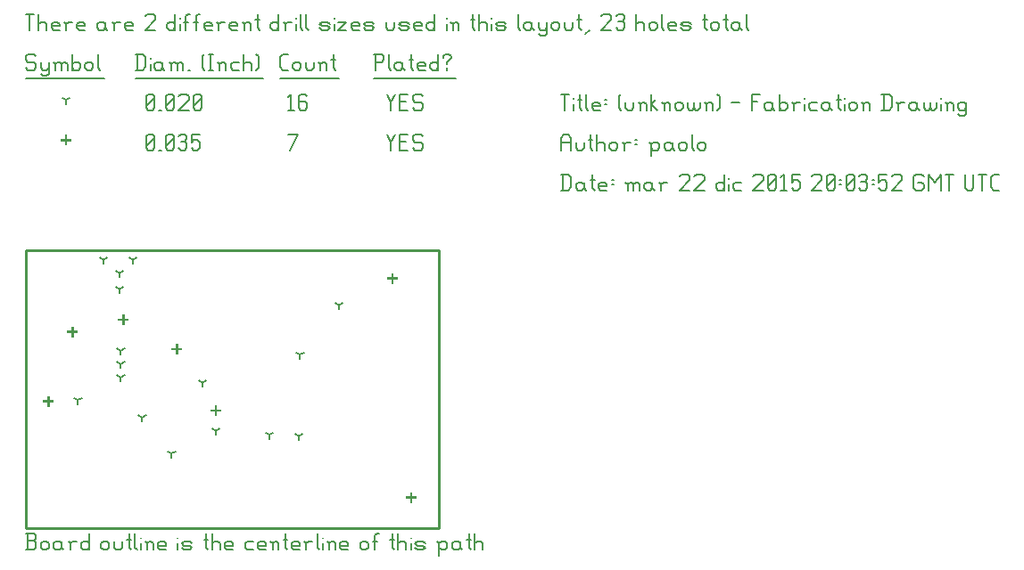
<source format=gbr>
G04 start of page 12 for group -3984 idx -3984 *
G04 Title: (unknown), fab *
G04 Creator: pcb 20110918 *
G04 CreationDate: mar 22 dic 2015 20:03:52 GMT UTC *
G04 For: paolo *
G04 Format: Gerber/RS-274X *
G04 PCB-Dimensions: 155000 102500 *
G04 PCB-Coordinate-Origin: lower left *
%MOIN*%
%FSLAX25Y25*%
%LNFAB*%
%ADD218C,0.0100*%
%ADD217C,0.0075*%
%ADD216C,0.0060*%
%ADD215R,0.0080X0.0080*%
G54D215*X144000Y11600D02*Y8400D01*
X142400Y10000D02*X145600D01*
X137000Y93600D02*Y90400D01*
X135400Y92000D02*X138600D01*
X56500Y67100D02*Y63900D01*
X54900Y65500D02*X58100D01*
X71000Y44100D02*Y40900D01*
X69400Y42500D02*X72600D01*
X36500Y78100D02*Y74900D01*
X34900Y76500D02*X38100D01*
X17500Y73600D02*Y70400D01*
X15900Y72000D02*X19100D01*
X8500Y47600D02*Y44400D01*
X6900Y46000D02*X10100D01*
X15000Y145350D02*Y142150D01*
X13400Y143750D02*X16600D01*
G54D216*X135000Y146000D02*X136500Y143000D01*
X138000Y146000D01*
X136500Y143000D02*Y140000D01*
X139800Y143300D02*X142050D01*
X139800Y140000D02*X142800D01*
X139800Y146000D02*Y140000D01*
Y146000D02*X142800D01*
X147600D02*X148350Y145250D01*
X145350Y146000D02*X147600D01*
X144600Y145250D02*X145350Y146000D01*
X144600Y145250D02*Y143750D01*
X145350Y143000D01*
X147600D01*
X148350Y142250D01*
Y140750D01*
X147600Y140000D02*X148350Y140750D01*
X145350Y140000D02*X147600D01*
X144600Y140750D02*X145350Y140000D01*
X98750D02*X101750Y146000D01*
X98000D02*X101750D01*
X45000Y140750D02*X45750Y140000D01*
X45000Y145250D02*Y140750D01*
Y145250D02*X45750Y146000D01*
X47250D01*
X48000Y145250D01*
Y140750D01*
X47250Y140000D02*X48000Y140750D01*
X45750Y140000D02*X47250D01*
X45000Y141500D02*X48000Y144500D01*
X49800Y140000D02*X50550D01*
X52350Y140750D02*X53100Y140000D01*
X52350Y145250D02*Y140750D01*
Y145250D02*X53100Y146000D01*
X54600D01*
X55350Y145250D01*
Y140750D01*
X54600Y140000D02*X55350Y140750D01*
X53100Y140000D02*X54600D01*
X52350Y141500D02*X55350Y144500D01*
X57150Y145250D02*X57900Y146000D01*
X59400D01*
X60150Y145250D01*
X59400Y140000D02*X60150Y140750D01*
X57900Y140000D02*X59400D01*
X57150Y140750D02*X57900Y140000D01*
Y143300D02*X59400D01*
X60150Y145250D02*Y144050D01*
Y142550D02*Y140750D01*
Y142550D02*X59400Y143300D01*
X60150Y144050D02*X59400Y143300D01*
X61950Y146000D02*X64950D01*
X61950D02*Y143000D01*
X62700Y143750D01*
X64200D01*
X64950Y143000D01*
Y140750D01*
X64200Y140000D02*X64950Y140750D01*
X62700Y140000D02*X64200D01*
X61950Y140750D02*X62700Y140000D01*
X35500Y65000D02*Y63400D01*
Y65000D02*X36887Y65800D01*
X35500Y65000D02*X34113Y65800D01*
X35500Y60000D02*Y58400D01*
Y60000D02*X36887Y60800D01*
X35500Y60000D02*X34113Y60800D01*
X35500Y55000D02*Y53400D01*
Y55000D02*X36887Y55800D01*
X35500Y55000D02*X34113Y55800D01*
X54500Y26500D02*Y24900D01*
Y26500D02*X55887Y27300D01*
X54500Y26500D02*X53113Y27300D01*
X71000Y35000D02*Y33400D01*
Y35000D02*X72387Y35800D01*
X71000Y35000D02*X69613Y35800D01*
X91000Y33500D02*Y31900D01*
Y33500D02*X92387Y34300D01*
X91000Y33500D02*X89613Y34300D01*
X102000Y33000D02*Y31400D01*
Y33000D02*X103387Y33800D01*
X102000Y33000D02*X100613Y33800D01*
X43500Y40000D02*Y38400D01*
Y40000D02*X44887Y40800D01*
X43500Y40000D02*X42113Y40800D01*
X19500Y46500D02*Y44900D01*
Y46500D02*X20887Y47300D01*
X19500Y46500D02*X18113Y47300D01*
X66000Y53000D02*Y51400D01*
Y53000D02*X67387Y53800D01*
X66000Y53000D02*X64613Y53800D01*
X102500Y63500D02*Y61900D01*
Y63500D02*X103887Y64300D01*
X102500Y63500D02*X101113Y64300D01*
X117000Y82000D02*Y80400D01*
Y82000D02*X118387Y82800D01*
X117000Y82000D02*X115613Y82800D01*
X35000Y88000D02*Y86400D01*
Y88000D02*X36387Y88800D01*
X35000Y88000D02*X33613Y88800D01*
X40000Y99000D02*Y97400D01*
Y99000D02*X41387Y99800D01*
X40000Y99000D02*X38613Y99800D01*
X35000Y94000D02*Y92400D01*
Y94000D02*X36387Y94800D01*
X35000Y94000D02*X33613Y94800D01*
X29000Y99000D02*Y97400D01*
Y99000D02*X30387Y99800D01*
X29000Y99000D02*X27613Y99800D01*
X15000Y158750D02*Y157150D01*
Y158750D02*X16387Y159550D01*
X15000Y158750D02*X13613Y159550D01*
X135000Y161000D02*X136500Y158000D01*
X138000Y161000D01*
X136500Y158000D02*Y155000D01*
X139800Y158300D02*X142050D01*
X139800Y155000D02*X142800D01*
X139800Y161000D02*Y155000D01*
Y161000D02*X142800D01*
X147600D02*X148350Y160250D01*
X145350Y161000D02*X147600D01*
X144600Y160250D02*X145350Y161000D01*
X144600Y160250D02*Y158750D01*
X145350Y158000D01*
X147600D01*
X148350Y157250D01*
Y155750D01*
X147600Y155000D02*X148350Y155750D01*
X145350Y155000D02*X147600D01*
X144600Y155750D02*X145350Y155000D01*
X98000Y159800D02*X99200Y161000D01*
Y155000D01*
X98000D02*X100250D01*
X104300Y161000D02*X105050Y160250D01*
X102800Y161000D02*X104300D01*
X102050Y160250D02*X102800Y161000D01*
X102050Y160250D02*Y155750D01*
X102800Y155000D01*
X104300Y158300D02*X105050Y157550D01*
X102050Y158300D02*X104300D01*
X102800Y155000D02*X104300D01*
X105050Y155750D01*
Y157550D02*Y155750D01*
X45000D02*X45750Y155000D01*
X45000Y160250D02*Y155750D01*
Y160250D02*X45750Y161000D01*
X47250D01*
X48000Y160250D01*
Y155750D01*
X47250Y155000D02*X48000Y155750D01*
X45750Y155000D02*X47250D01*
X45000Y156500D02*X48000Y159500D01*
X49800Y155000D02*X50550D01*
X52350Y155750D02*X53100Y155000D01*
X52350Y160250D02*Y155750D01*
Y160250D02*X53100Y161000D01*
X54600D01*
X55350Y160250D01*
Y155750D01*
X54600Y155000D02*X55350Y155750D01*
X53100Y155000D02*X54600D01*
X52350Y156500D02*X55350Y159500D01*
X57150Y160250D02*X57900Y161000D01*
X60150D01*
X60900Y160250D01*
Y158750D01*
X57150Y155000D02*X60900Y158750D01*
X57150Y155000D02*X60900D01*
X62700Y155750D02*X63450Y155000D01*
X62700Y160250D02*Y155750D01*
Y160250D02*X63450Y161000D01*
X64950D01*
X65700Y160250D01*
Y155750D01*
X64950Y155000D02*X65700Y155750D01*
X63450Y155000D02*X64950D01*
X62700Y156500D02*X65700Y159500D01*
X3000Y176000D02*X3750Y175250D01*
X750Y176000D02*X3000D01*
X0Y175250D02*X750Y176000D01*
X0Y175250D02*Y173750D01*
X750Y173000D01*
X3000D01*
X3750Y172250D01*
Y170750D01*
X3000Y170000D02*X3750Y170750D01*
X750Y170000D02*X3000D01*
X0Y170750D02*X750Y170000D01*
X5550Y173000D02*Y170750D01*
X6300Y170000D01*
X8550Y173000D02*Y168500D01*
X7800Y167750D02*X8550Y168500D01*
X6300Y167750D02*X7800D01*
X5550Y168500D02*X6300Y167750D01*
Y170000D02*X7800D01*
X8550Y170750D01*
X11100Y172250D02*Y170000D01*
Y172250D02*X11850Y173000D01*
X12600D01*
X13350Y172250D01*
Y170000D01*
Y172250D02*X14100Y173000D01*
X14850D01*
X15600Y172250D01*
Y170000D01*
X10350Y173000D02*X11100Y172250D01*
X17400Y176000D02*Y170000D01*
Y170750D02*X18150Y170000D01*
X19650D01*
X20400Y170750D01*
Y172250D02*Y170750D01*
X19650Y173000D02*X20400Y172250D01*
X18150Y173000D02*X19650D01*
X17400Y172250D02*X18150Y173000D01*
X22200Y172250D02*Y170750D01*
Y172250D02*X22950Y173000D01*
X24450D01*
X25200Y172250D01*
Y170750D01*
X24450Y170000D02*X25200Y170750D01*
X22950Y170000D02*X24450D01*
X22200Y170750D02*X22950Y170000D01*
X27000Y176000D02*Y170750D01*
X27750Y170000D01*
X0Y166750D02*X29250D01*
X41750Y176000D02*Y170000D01*
X43700Y176000D02*X44750Y174950D01*
Y171050D01*
X43700Y170000D02*X44750Y171050D01*
X41000Y170000D02*X43700D01*
X41000Y176000D02*X43700D01*
G54D217*X46550Y174500D02*Y174350D01*
G54D216*Y172250D02*Y170000D01*
X50300Y173000D02*X51050Y172250D01*
X48800Y173000D02*X50300D01*
X48050Y172250D02*X48800Y173000D01*
X48050Y172250D02*Y170750D01*
X48800Y170000D01*
X51050Y173000D02*Y170750D01*
X51800Y170000D01*
X48800D02*X50300D01*
X51050Y170750D01*
X54350Y172250D02*Y170000D01*
Y172250D02*X55100Y173000D01*
X55850D01*
X56600Y172250D01*
Y170000D01*
Y172250D02*X57350Y173000D01*
X58100D01*
X58850Y172250D01*
Y170000D01*
X53600Y173000D02*X54350Y172250D01*
X60650Y170000D02*X61400D01*
X65900Y170750D02*X66650Y170000D01*
X65900Y175250D02*X66650Y176000D01*
X65900Y175250D02*Y170750D01*
X68450Y176000D02*X69950D01*
X69200D02*Y170000D01*
X68450D02*X69950D01*
X72500Y172250D02*Y170000D01*
Y172250D02*X73250Y173000D01*
X74000D01*
X74750Y172250D01*
Y170000D01*
X71750Y173000D02*X72500Y172250D01*
X77300Y173000D02*X79550D01*
X76550Y172250D02*X77300Y173000D01*
X76550Y172250D02*Y170750D01*
X77300Y170000D01*
X79550D01*
X81350Y176000D02*Y170000D01*
Y172250D02*X82100Y173000D01*
X83600D01*
X84350Y172250D01*
Y170000D01*
X86150Y176000D02*X86900Y175250D01*
Y170750D01*
X86150Y170000D02*X86900Y170750D01*
X41000Y166750D02*X88700D01*
X96050Y170000D02*X98000D01*
X95000Y171050D02*X96050Y170000D01*
X95000Y174950D02*Y171050D01*
Y174950D02*X96050Y176000D01*
X98000D01*
X99800Y172250D02*Y170750D01*
Y172250D02*X100550Y173000D01*
X102050D01*
X102800Y172250D01*
Y170750D01*
X102050Y170000D02*X102800Y170750D01*
X100550Y170000D02*X102050D01*
X99800Y170750D02*X100550Y170000D01*
X104600Y173000D02*Y170750D01*
X105350Y170000D01*
X106850D01*
X107600Y170750D01*
Y173000D02*Y170750D01*
X110150Y172250D02*Y170000D01*
Y172250D02*X110900Y173000D01*
X111650D01*
X112400Y172250D01*
Y170000D01*
X109400Y173000D02*X110150Y172250D01*
X114950Y176000D02*Y170750D01*
X115700Y170000D01*
X114200Y173750D02*X115700D01*
X95000Y166750D02*X117200D01*
X130750Y176000D02*Y170000D01*
X130000Y176000D02*X133000D01*
X133750Y175250D01*
Y173750D01*
X133000Y173000D02*X133750Y173750D01*
X130750Y173000D02*X133000D01*
X135550Y176000D02*Y170750D01*
X136300Y170000D01*
X140050Y173000D02*X140800Y172250D01*
X138550Y173000D02*X140050D01*
X137800Y172250D02*X138550Y173000D01*
X137800Y172250D02*Y170750D01*
X138550Y170000D01*
X140800Y173000D02*Y170750D01*
X141550Y170000D01*
X138550D02*X140050D01*
X140800Y170750D01*
X144100Y176000D02*Y170750D01*
X144850Y170000D01*
X143350Y173750D02*X144850D01*
X147100Y170000D02*X149350D01*
X146350Y170750D02*X147100Y170000D01*
X146350Y172250D02*Y170750D01*
Y172250D02*X147100Y173000D01*
X148600D01*
X149350Y172250D01*
X146350Y171500D02*X149350D01*
Y172250D02*Y171500D01*
X154150Y176000D02*Y170000D01*
X153400D02*X154150Y170750D01*
X151900Y170000D02*X153400D01*
X151150Y170750D02*X151900Y170000D01*
X151150Y172250D02*Y170750D01*
Y172250D02*X151900Y173000D01*
X153400D01*
X154150Y172250D01*
X157450Y173000D02*Y172250D01*
Y170750D02*Y170000D01*
X155950Y175250D02*Y174500D01*
Y175250D02*X156700Y176000D01*
X158200D01*
X158950Y175250D01*
Y174500D01*
X157450Y173000D02*X158950Y174500D01*
X130000Y166750D02*X160750D01*
X0Y191000D02*X3000D01*
X1500D02*Y185000D01*
X4800Y191000D02*Y185000D01*
Y187250D02*X5550Y188000D01*
X7050D01*
X7800Y187250D01*
Y185000D01*
X10350D02*X12600D01*
X9600Y185750D02*X10350Y185000D01*
X9600Y187250D02*Y185750D01*
Y187250D02*X10350Y188000D01*
X11850D01*
X12600Y187250D01*
X9600Y186500D02*X12600D01*
Y187250D02*Y186500D01*
X15150Y187250D02*Y185000D01*
Y187250D02*X15900Y188000D01*
X17400D01*
X14400D02*X15150Y187250D01*
X19950Y185000D02*X22200D01*
X19200Y185750D02*X19950Y185000D01*
X19200Y187250D02*Y185750D01*
Y187250D02*X19950Y188000D01*
X21450D01*
X22200Y187250D01*
X19200Y186500D02*X22200D01*
Y187250D02*Y186500D01*
X28950Y188000D02*X29700Y187250D01*
X27450Y188000D02*X28950D01*
X26700Y187250D02*X27450Y188000D01*
X26700Y187250D02*Y185750D01*
X27450Y185000D01*
X29700Y188000D02*Y185750D01*
X30450Y185000D01*
X27450D02*X28950D01*
X29700Y185750D01*
X33000Y187250D02*Y185000D01*
Y187250D02*X33750Y188000D01*
X35250D01*
X32250D02*X33000Y187250D01*
X37800Y185000D02*X40050D01*
X37050Y185750D02*X37800Y185000D01*
X37050Y187250D02*Y185750D01*
Y187250D02*X37800Y188000D01*
X39300D01*
X40050Y187250D01*
X37050Y186500D02*X40050D01*
Y187250D02*Y186500D01*
X44550Y190250D02*X45300Y191000D01*
X47550D01*
X48300Y190250D01*
Y188750D01*
X44550Y185000D02*X48300Y188750D01*
X44550Y185000D02*X48300D01*
X55800Y191000D02*Y185000D01*
X55050D02*X55800Y185750D01*
X53550Y185000D02*X55050D01*
X52800Y185750D02*X53550Y185000D01*
X52800Y187250D02*Y185750D01*
Y187250D02*X53550Y188000D01*
X55050D01*
X55800Y187250D01*
G54D217*X57600Y189500D02*Y189350D01*
G54D216*Y187250D02*Y185000D01*
X59850Y190250D02*Y185000D01*
Y190250D02*X60600Y191000D01*
X61350D01*
X59100Y188000D02*X60600D01*
X63600Y190250D02*Y185000D01*
Y190250D02*X64350Y191000D01*
X65100D01*
X62850Y188000D02*X64350D01*
X67350Y185000D02*X69600D01*
X66600Y185750D02*X67350Y185000D01*
X66600Y187250D02*Y185750D01*
Y187250D02*X67350Y188000D01*
X68850D01*
X69600Y187250D01*
X66600Y186500D02*X69600D01*
Y187250D02*Y186500D01*
X72150Y187250D02*Y185000D01*
Y187250D02*X72900Y188000D01*
X74400D01*
X71400D02*X72150Y187250D01*
X76950Y185000D02*X79200D01*
X76200Y185750D02*X76950Y185000D01*
X76200Y187250D02*Y185750D01*
Y187250D02*X76950Y188000D01*
X78450D01*
X79200Y187250D01*
X76200Y186500D02*X79200D01*
Y187250D02*Y186500D01*
X81750Y187250D02*Y185000D01*
Y187250D02*X82500Y188000D01*
X83250D01*
X84000Y187250D01*
Y185000D01*
X81000Y188000D02*X81750Y187250D01*
X86550Y191000D02*Y185750D01*
X87300Y185000D01*
X85800Y188750D02*X87300D01*
X94500Y191000D02*Y185000D01*
X93750D02*X94500Y185750D01*
X92250Y185000D02*X93750D01*
X91500Y185750D02*X92250Y185000D01*
X91500Y187250D02*Y185750D01*
Y187250D02*X92250Y188000D01*
X93750D01*
X94500Y187250D01*
X97050D02*Y185000D01*
Y187250D02*X97800Y188000D01*
X99300D01*
X96300D02*X97050Y187250D01*
G54D217*X101100Y189500D02*Y189350D01*
G54D216*Y187250D02*Y185000D01*
X102600Y191000D02*Y185750D01*
X103350Y185000D01*
X104850Y191000D02*Y185750D01*
X105600Y185000D01*
X110550D02*X112800D01*
X113550Y185750D01*
X112800Y186500D02*X113550Y185750D01*
X110550Y186500D02*X112800D01*
X109800Y187250D02*X110550Y186500D01*
X109800Y187250D02*X110550Y188000D01*
X112800D01*
X113550Y187250D01*
X109800Y185750D02*X110550Y185000D01*
G54D217*X115350Y189500D02*Y189350D01*
G54D216*Y187250D02*Y185000D01*
X116850Y188000D02*X119850D01*
X116850Y185000D02*X119850Y188000D01*
X116850Y185000D02*X119850D01*
X122400D02*X124650D01*
X121650Y185750D02*X122400Y185000D01*
X121650Y187250D02*Y185750D01*
Y187250D02*X122400Y188000D01*
X123900D01*
X124650Y187250D01*
X121650Y186500D02*X124650D01*
Y187250D02*Y186500D01*
X127200Y185000D02*X129450D01*
X130200Y185750D01*
X129450Y186500D02*X130200Y185750D01*
X127200Y186500D02*X129450D01*
X126450Y187250D02*X127200Y186500D01*
X126450Y187250D02*X127200Y188000D01*
X129450D01*
X130200Y187250D01*
X126450Y185750D02*X127200Y185000D01*
X134700Y188000D02*Y185750D01*
X135450Y185000D01*
X136950D01*
X137700Y185750D01*
Y188000D02*Y185750D01*
X140250Y185000D02*X142500D01*
X143250Y185750D01*
X142500Y186500D02*X143250Y185750D01*
X140250Y186500D02*X142500D01*
X139500Y187250D02*X140250Y186500D01*
X139500Y187250D02*X140250Y188000D01*
X142500D01*
X143250Y187250D01*
X139500Y185750D02*X140250Y185000D01*
X145800D02*X148050D01*
X145050Y185750D02*X145800Y185000D01*
X145050Y187250D02*Y185750D01*
Y187250D02*X145800Y188000D01*
X147300D01*
X148050Y187250D01*
X145050Y186500D02*X148050D01*
Y187250D02*Y186500D01*
X152850Y191000D02*Y185000D01*
X152100D02*X152850Y185750D01*
X150600Y185000D02*X152100D01*
X149850Y185750D02*X150600Y185000D01*
X149850Y187250D02*Y185750D01*
Y187250D02*X150600Y188000D01*
X152100D01*
X152850Y187250D01*
G54D217*X157350Y189500D02*Y189350D01*
G54D216*Y187250D02*Y185000D01*
X159600Y187250D02*Y185000D01*
Y187250D02*X160350Y188000D01*
X161100D01*
X161850Y187250D01*
Y185000D01*
X158850Y188000D02*X159600Y187250D01*
X167100Y191000D02*Y185750D01*
X167850Y185000D01*
X166350Y188750D02*X167850D01*
X169350Y191000D02*Y185000D01*
Y187250D02*X170100Y188000D01*
X171600D01*
X172350Y187250D01*
Y185000D01*
G54D217*X174150Y189500D02*Y189350D01*
G54D216*Y187250D02*Y185000D01*
X176400D02*X178650D01*
X179400Y185750D01*
X178650Y186500D02*X179400Y185750D01*
X176400Y186500D02*X178650D01*
X175650Y187250D02*X176400Y186500D01*
X175650Y187250D02*X176400Y188000D01*
X178650D01*
X179400Y187250D01*
X175650Y185750D02*X176400Y185000D01*
X183900Y191000D02*Y185750D01*
X184650Y185000D01*
X188400Y188000D02*X189150Y187250D01*
X186900Y188000D02*X188400D01*
X186150Y187250D02*X186900Y188000D01*
X186150Y187250D02*Y185750D01*
X186900Y185000D01*
X189150Y188000D02*Y185750D01*
X189900Y185000D01*
X186900D02*X188400D01*
X189150Y185750D01*
X191700Y188000D02*Y185750D01*
X192450Y185000D01*
X194700Y188000D02*Y183500D01*
X193950Y182750D02*X194700Y183500D01*
X192450Y182750D02*X193950D01*
X191700Y183500D02*X192450Y182750D01*
Y185000D02*X193950D01*
X194700Y185750D01*
X196500Y187250D02*Y185750D01*
Y187250D02*X197250Y188000D01*
X198750D01*
X199500Y187250D01*
Y185750D01*
X198750Y185000D02*X199500Y185750D01*
X197250Y185000D02*X198750D01*
X196500Y185750D02*X197250Y185000D01*
X201300Y188000D02*Y185750D01*
X202050Y185000D01*
X203550D01*
X204300Y185750D01*
Y188000D02*Y185750D01*
X206850Y191000D02*Y185750D01*
X207600Y185000D01*
X206100Y188750D02*X207600D01*
X209100Y183500D02*X210600Y185000D01*
X215100Y190250D02*X215850Y191000D01*
X218100D01*
X218850Y190250D01*
Y188750D01*
X215100Y185000D02*X218850Y188750D01*
X215100Y185000D02*X218850D01*
X220650Y190250D02*X221400Y191000D01*
X222900D01*
X223650Y190250D01*
X222900Y185000D02*X223650Y185750D01*
X221400Y185000D02*X222900D01*
X220650Y185750D02*X221400Y185000D01*
Y188300D02*X222900D01*
X223650Y190250D02*Y189050D01*
Y187550D02*Y185750D01*
Y187550D02*X222900Y188300D01*
X223650Y189050D02*X222900Y188300D01*
X228150Y191000D02*Y185000D01*
Y187250D02*X228900Y188000D01*
X230400D01*
X231150Y187250D01*
Y185000D01*
X232950Y187250D02*Y185750D01*
Y187250D02*X233700Y188000D01*
X235200D01*
X235950Y187250D01*
Y185750D01*
X235200Y185000D02*X235950Y185750D01*
X233700Y185000D02*X235200D01*
X232950Y185750D02*X233700Y185000D01*
X237750Y191000D02*Y185750D01*
X238500Y185000D01*
X240750D02*X243000D01*
X240000Y185750D02*X240750Y185000D01*
X240000Y187250D02*Y185750D01*
Y187250D02*X240750Y188000D01*
X242250D01*
X243000Y187250D01*
X240000Y186500D02*X243000D01*
Y187250D02*Y186500D01*
X245550Y185000D02*X247800D01*
X248550Y185750D01*
X247800Y186500D02*X248550Y185750D01*
X245550Y186500D02*X247800D01*
X244800Y187250D02*X245550Y186500D01*
X244800Y187250D02*X245550Y188000D01*
X247800D01*
X248550Y187250D01*
X244800Y185750D02*X245550Y185000D01*
X253800Y191000D02*Y185750D01*
X254550Y185000D01*
X253050Y188750D02*X254550D01*
X256050Y187250D02*Y185750D01*
Y187250D02*X256800Y188000D01*
X258300D01*
X259050Y187250D01*
Y185750D01*
X258300Y185000D02*X259050Y185750D01*
X256800Y185000D02*X258300D01*
X256050Y185750D02*X256800Y185000D01*
X261600Y191000D02*Y185750D01*
X262350Y185000D01*
X260850Y188750D02*X262350D01*
X266100Y188000D02*X266850Y187250D01*
X264600Y188000D02*X266100D01*
X263850Y187250D02*X264600Y188000D01*
X263850Y187250D02*Y185750D01*
X264600Y185000D01*
X266850Y188000D02*Y185750D01*
X267600Y185000D01*
X264600D02*X266100D01*
X266850Y185750D01*
X269400Y191000D02*Y185750D01*
X270150Y185000D01*
G54D218*X0Y102500D02*Y-1500D01*
X154500D01*
Y102500D01*
X0D01*
G54D216*Y-9500D02*X3000D01*
X3750Y-8750D01*
Y-6950D02*Y-8750D01*
X3000Y-6200D02*X3750Y-6950D01*
X750Y-6200D02*X3000D01*
X750Y-3500D02*Y-9500D01*
X0Y-3500D02*X3000D01*
X3750Y-4250D01*
Y-5450D01*
X3000Y-6200D02*X3750Y-5450D01*
X5550Y-7250D02*Y-8750D01*
Y-7250D02*X6300Y-6500D01*
X7800D01*
X8550Y-7250D01*
Y-8750D01*
X7800Y-9500D02*X8550Y-8750D01*
X6300Y-9500D02*X7800D01*
X5550Y-8750D02*X6300Y-9500D01*
X12600Y-6500D02*X13350Y-7250D01*
X11100Y-6500D02*X12600D01*
X10350Y-7250D02*X11100Y-6500D01*
X10350Y-7250D02*Y-8750D01*
X11100Y-9500D01*
X13350Y-6500D02*Y-8750D01*
X14100Y-9500D01*
X11100D02*X12600D01*
X13350Y-8750D01*
X16650Y-7250D02*Y-9500D01*
Y-7250D02*X17400Y-6500D01*
X18900D01*
X15900D02*X16650Y-7250D01*
X23700Y-3500D02*Y-9500D01*
X22950D02*X23700Y-8750D01*
X21450Y-9500D02*X22950D01*
X20700Y-8750D02*X21450Y-9500D01*
X20700Y-7250D02*Y-8750D01*
Y-7250D02*X21450Y-6500D01*
X22950D01*
X23700Y-7250D01*
X28200D02*Y-8750D01*
Y-7250D02*X28950Y-6500D01*
X30450D01*
X31200Y-7250D01*
Y-8750D01*
X30450Y-9500D02*X31200Y-8750D01*
X28950Y-9500D02*X30450D01*
X28200Y-8750D02*X28950Y-9500D01*
X33000Y-6500D02*Y-8750D01*
X33750Y-9500D01*
X35250D01*
X36000Y-8750D01*
Y-6500D02*Y-8750D01*
X38550Y-3500D02*Y-8750D01*
X39300Y-9500D01*
X37800Y-5750D02*X39300D01*
X40800Y-3500D02*Y-8750D01*
X41550Y-9500D01*
G54D217*X43050Y-5000D02*Y-5150D01*
G54D216*Y-7250D02*Y-9500D01*
X45300Y-7250D02*Y-9500D01*
Y-7250D02*X46050Y-6500D01*
X46800D01*
X47550Y-7250D01*
Y-9500D01*
X44550Y-6500D02*X45300Y-7250D01*
X50100Y-9500D02*X52350D01*
X49350Y-8750D02*X50100Y-9500D01*
X49350Y-7250D02*Y-8750D01*
Y-7250D02*X50100Y-6500D01*
X51600D01*
X52350Y-7250D01*
X49350Y-8000D02*X52350D01*
Y-7250D02*Y-8000D01*
G54D217*X56850Y-5000D02*Y-5150D01*
G54D216*Y-7250D02*Y-9500D01*
X59100D02*X61350D01*
X62100Y-8750D01*
X61350Y-8000D02*X62100Y-8750D01*
X59100Y-8000D02*X61350D01*
X58350Y-7250D02*X59100Y-8000D01*
X58350Y-7250D02*X59100Y-6500D01*
X61350D01*
X62100Y-7250D01*
X58350Y-8750D02*X59100Y-9500D01*
X67350Y-3500D02*Y-8750D01*
X68100Y-9500D01*
X66600Y-5750D02*X68100D01*
X69600Y-3500D02*Y-9500D01*
Y-7250D02*X70350Y-6500D01*
X71850D01*
X72600Y-7250D01*
Y-9500D01*
X75150D02*X77400D01*
X74400Y-8750D02*X75150Y-9500D01*
X74400Y-7250D02*Y-8750D01*
Y-7250D02*X75150Y-6500D01*
X76650D01*
X77400Y-7250D01*
X74400Y-8000D02*X77400D01*
Y-7250D02*Y-8000D01*
X82650Y-6500D02*X84900D01*
X81900Y-7250D02*X82650Y-6500D01*
X81900Y-7250D02*Y-8750D01*
X82650Y-9500D01*
X84900D01*
X87450D02*X89700D01*
X86700Y-8750D02*X87450Y-9500D01*
X86700Y-7250D02*Y-8750D01*
Y-7250D02*X87450Y-6500D01*
X88950D01*
X89700Y-7250D01*
X86700Y-8000D02*X89700D01*
Y-7250D02*Y-8000D01*
X92250Y-7250D02*Y-9500D01*
Y-7250D02*X93000Y-6500D01*
X93750D01*
X94500Y-7250D01*
Y-9500D01*
X91500Y-6500D02*X92250Y-7250D01*
X97050Y-3500D02*Y-8750D01*
X97800Y-9500D01*
X96300Y-5750D02*X97800D01*
X100050Y-9500D02*X102300D01*
X99300Y-8750D02*X100050Y-9500D01*
X99300Y-7250D02*Y-8750D01*
Y-7250D02*X100050Y-6500D01*
X101550D01*
X102300Y-7250D01*
X99300Y-8000D02*X102300D01*
Y-7250D02*Y-8000D01*
X104850Y-7250D02*Y-9500D01*
Y-7250D02*X105600Y-6500D01*
X107100D01*
X104100D02*X104850Y-7250D01*
X108900Y-3500D02*Y-8750D01*
X109650Y-9500D01*
G54D217*X111150Y-5000D02*Y-5150D01*
G54D216*Y-7250D02*Y-9500D01*
X113400Y-7250D02*Y-9500D01*
Y-7250D02*X114150Y-6500D01*
X114900D01*
X115650Y-7250D01*
Y-9500D01*
X112650Y-6500D02*X113400Y-7250D01*
X118200Y-9500D02*X120450D01*
X117450Y-8750D02*X118200Y-9500D01*
X117450Y-7250D02*Y-8750D01*
Y-7250D02*X118200Y-6500D01*
X119700D01*
X120450Y-7250D01*
X117450Y-8000D02*X120450D01*
Y-7250D02*Y-8000D01*
X124950Y-7250D02*Y-8750D01*
Y-7250D02*X125700Y-6500D01*
X127200D01*
X127950Y-7250D01*
Y-8750D01*
X127200Y-9500D02*X127950Y-8750D01*
X125700Y-9500D02*X127200D01*
X124950Y-8750D02*X125700Y-9500D01*
X130500Y-4250D02*Y-9500D01*
Y-4250D02*X131250Y-3500D01*
X132000D01*
X129750Y-6500D02*X131250D01*
X136950Y-3500D02*Y-8750D01*
X137700Y-9500D01*
X136200Y-5750D02*X137700D01*
X139200Y-3500D02*Y-9500D01*
Y-7250D02*X139950Y-6500D01*
X141450D01*
X142200Y-7250D01*
Y-9500D01*
G54D217*X144000Y-5000D02*Y-5150D01*
G54D216*Y-7250D02*Y-9500D01*
X146250D02*X148500D01*
X149250Y-8750D01*
X148500Y-8000D02*X149250Y-8750D01*
X146250Y-8000D02*X148500D01*
X145500Y-7250D02*X146250Y-8000D01*
X145500Y-7250D02*X146250Y-6500D01*
X148500D01*
X149250Y-7250D01*
X145500Y-8750D02*X146250Y-9500D01*
X154500Y-7250D02*Y-11750D01*
X153750Y-6500D02*X154500Y-7250D01*
X155250Y-6500D01*
X156750D01*
X157500Y-7250D01*
Y-8750D01*
X156750Y-9500D02*X157500Y-8750D01*
X155250Y-9500D02*X156750D01*
X154500Y-8750D02*X155250Y-9500D01*
X161550Y-6500D02*X162300Y-7250D01*
X160050Y-6500D02*X161550D01*
X159300Y-7250D02*X160050Y-6500D01*
X159300Y-7250D02*Y-8750D01*
X160050Y-9500D01*
X162300Y-6500D02*Y-8750D01*
X163050Y-9500D01*
X160050D02*X161550D01*
X162300Y-8750D01*
X165600Y-3500D02*Y-8750D01*
X166350Y-9500D01*
X164850Y-5750D02*X166350D01*
X167850Y-3500D02*Y-9500D01*
Y-7250D02*X168600Y-6500D01*
X170100D01*
X170850Y-7250D01*
Y-9500D01*
X200750Y131000D02*Y125000D01*
X202700Y131000D02*X203750Y129950D01*
Y126050D01*
X202700Y125000D02*X203750Y126050D01*
X200000Y125000D02*X202700D01*
X200000Y131000D02*X202700D01*
X207800Y128000D02*X208550Y127250D01*
X206300Y128000D02*X207800D01*
X205550Y127250D02*X206300Y128000D01*
X205550Y127250D02*Y125750D01*
X206300Y125000D01*
X208550Y128000D02*Y125750D01*
X209300Y125000D01*
X206300D02*X207800D01*
X208550Y125750D01*
X211850Y131000D02*Y125750D01*
X212600Y125000D01*
X211100Y128750D02*X212600D01*
X214850Y125000D02*X217100D01*
X214100Y125750D02*X214850Y125000D01*
X214100Y127250D02*Y125750D01*
Y127250D02*X214850Y128000D01*
X216350D01*
X217100Y127250D01*
X214100Y126500D02*X217100D01*
Y127250D02*Y126500D01*
X218900Y128750D02*X219650D01*
X218900Y127250D02*X219650D01*
X224900D02*Y125000D01*
Y127250D02*X225650Y128000D01*
X226400D01*
X227150Y127250D01*
Y125000D01*
Y127250D02*X227900Y128000D01*
X228650D01*
X229400Y127250D01*
Y125000D01*
X224150Y128000D02*X224900Y127250D01*
X233450Y128000D02*X234200Y127250D01*
X231950Y128000D02*X233450D01*
X231200Y127250D02*X231950Y128000D01*
X231200Y127250D02*Y125750D01*
X231950Y125000D01*
X234200Y128000D02*Y125750D01*
X234950Y125000D01*
X231950D02*X233450D01*
X234200Y125750D01*
X237500Y127250D02*Y125000D01*
Y127250D02*X238250Y128000D01*
X239750D01*
X236750D02*X237500Y127250D01*
X244250Y130250D02*X245000Y131000D01*
X247250D01*
X248000Y130250D01*
Y128750D01*
X244250Y125000D02*X248000Y128750D01*
X244250Y125000D02*X248000D01*
X249800Y130250D02*X250550Y131000D01*
X252800D01*
X253550Y130250D01*
Y128750D01*
X249800Y125000D02*X253550Y128750D01*
X249800Y125000D02*X253550D01*
X261050Y131000D02*Y125000D01*
X260300D02*X261050Y125750D01*
X258800Y125000D02*X260300D01*
X258050Y125750D02*X258800Y125000D01*
X258050Y127250D02*Y125750D01*
Y127250D02*X258800Y128000D01*
X260300D01*
X261050Y127250D01*
G54D217*X262850Y129500D02*Y129350D01*
G54D216*Y127250D02*Y125000D01*
X265100Y128000D02*X267350D01*
X264350Y127250D02*X265100Y128000D01*
X264350Y127250D02*Y125750D01*
X265100Y125000D01*
X267350D01*
X271850Y130250D02*X272600Y131000D01*
X274850D01*
X275600Y130250D01*
Y128750D01*
X271850Y125000D02*X275600Y128750D01*
X271850Y125000D02*X275600D01*
X277400Y125750D02*X278150Y125000D01*
X277400Y130250D02*Y125750D01*
Y130250D02*X278150Y131000D01*
X279650D01*
X280400Y130250D01*
Y125750D01*
X279650Y125000D02*X280400Y125750D01*
X278150Y125000D02*X279650D01*
X277400Y126500D02*X280400Y129500D01*
X282200Y129800D02*X283400Y131000D01*
Y125000D01*
X282200D02*X284450D01*
X286250Y131000D02*X289250D01*
X286250D02*Y128000D01*
X287000Y128750D01*
X288500D01*
X289250Y128000D01*
Y125750D01*
X288500Y125000D02*X289250Y125750D01*
X287000Y125000D02*X288500D01*
X286250Y125750D02*X287000Y125000D01*
X293750Y130250D02*X294500Y131000D01*
X296750D01*
X297500Y130250D01*
Y128750D01*
X293750Y125000D02*X297500Y128750D01*
X293750Y125000D02*X297500D01*
X299300Y125750D02*X300050Y125000D01*
X299300Y130250D02*Y125750D01*
Y130250D02*X300050Y131000D01*
X301550D01*
X302300Y130250D01*
Y125750D01*
X301550Y125000D02*X302300Y125750D01*
X300050Y125000D02*X301550D01*
X299300Y126500D02*X302300Y129500D01*
X304100Y128750D02*X304850D01*
X304100Y127250D02*X304850D01*
X306650Y125750D02*X307400Y125000D01*
X306650Y130250D02*Y125750D01*
Y130250D02*X307400Y131000D01*
X308900D01*
X309650Y130250D01*
Y125750D01*
X308900Y125000D02*X309650Y125750D01*
X307400Y125000D02*X308900D01*
X306650Y126500D02*X309650Y129500D01*
X311450Y130250D02*X312200Y131000D01*
X313700D01*
X314450Y130250D01*
X313700Y125000D02*X314450Y125750D01*
X312200Y125000D02*X313700D01*
X311450Y125750D02*X312200Y125000D01*
Y128300D02*X313700D01*
X314450Y130250D02*Y129050D01*
Y127550D02*Y125750D01*
Y127550D02*X313700Y128300D01*
X314450Y129050D02*X313700Y128300D01*
X316250Y128750D02*X317000D01*
X316250Y127250D02*X317000D01*
X318800Y131000D02*X321800D01*
X318800D02*Y128000D01*
X319550Y128750D01*
X321050D01*
X321800Y128000D01*
Y125750D01*
X321050Y125000D02*X321800Y125750D01*
X319550Y125000D02*X321050D01*
X318800Y125750D02*X319550Y125000D01*
X323600Y130250D02*X324350Y131000D01*
X326600D01*
X327350Y130250D01*
Y128750D01*
X323600Y125000D02*X327350Y128750D01*
X323600Y125000D02*X327350D01*
X334850Y131000D02*X335600Y130250D01*
X332600Y131000D02*X334850D01*
X331850Y130250D02*X332600Y131000D01*
X331850Y130250D02*Y125750D01*
X332600Y125000D01*
X334850D01*
X335600Y125750D01*
Y127250D02*Y125750D01*
X334850Y128000D02*X335600Y127250D01*
X333350Y128000D02*X334850D01*
X337400Y131000D02*Y125000D01*
Y131000D02*X339650Y128000D01*
X341900Y131000D01*
Y125000D01*
X343700Y131000D02*X346700D01*
X345200D02*Y125000D01*
X351200Y131000D02*Y125750D01*
X351950Y125000D01*
X353450D01*
X354200Y125750D01*
Y131000D02*Y125750D01*
X356000Y131000D02*X359000D01*
X357500D02*Y125000D01*
X361850D02*X363800D01*
X360800Y126050D02*X361850Y125000D01*
X360800Y129950D02*Y126050D01*
Y129950D02*X361850Y131000D01*
X363800D01*
X200000Y144500D02*Y140000D01*
Y144500D02*X201050Y146000D01*
X202700D01*
X203750Y144500D01*
Y140000D01*
X200000Y143000D02*X203750D01*
X205550D02*Y140750D01*
X206300Y140000D01*
X207800D01*
X208550Y140750D01*
Y143000D02*Y140750D01*
X211100Y146000D02*Y140750D01*
X211850Y140000D01*
X210350Y143750D02*X211850D01*
X213350Y146000D02*Y140000D01*
Y142250D02*X214100Y143000D01*
X215600D01*
X216350Y142250D01*
Y140000D01*
X218150Y142250D02*Y140750D01*
Y142250D02*X218900Y143000D01*
X220400D01*
X221150Y142250D01*
Y140750D01*
X220400Y140000D02*X221150Y140750D01*
X218900Y140000D02*X220400D01*
X218150Y140750D02*X218900Y140000D01*
X223700Y142250D02*Y140000D01*
Y142250D02*X224450Y143000D01*
X225950D01*
X222950D02*X223700Y142250D01*
X227750Y143750D02*X228500D01*
X227750Y142250D02*X228500D01*
X233750D02*Y137750D01*
X233000Y143000D02*X233750Y142250D01*
X234500Y143000D01*
X236000D01*
X236750Y142250D01*
Y140750D01*
X236000Y140000D02*X236750Y140750D01*
X234500Y140000D02*X236000D01*
X233750Y140750D02*X234500Y140000D01*
X240800Y143000D02*X241550Y142250D01*
X239300Y143000D02*X240800D01*
X238550Y142250D02*X239300Y143000D01*
X238550Y142250D02*Y140750D01*
X239300Y140000D01*
X241550Y143000D02*Y140750D01*
X242300Y140000D01*
X239300D02*X240800D01*
X241550Y140750D01*
X244100Y142250D02*Y140750D01*
Y142250D02*X244850Y143000D01*
X246350D01*
X247100Y142250D01*
Y140750D01*
X246350Y140000D02*X247100Y140750D01*
X244850Y140000D02*X246350D01*
X244100Y140750D02*X244850Y140000D01*
X248900Y146000D02*Y140750D01*
X249650Y140000D01*
X251150Y142250D02*Y140750D01*
Y142250D02*X251900Y143000D01*
X253400D01*
X254150Y142250D01*
Y140750D01*
X253400Y140000D02*X254150Y140750D01*
X251900Y140000D02*X253400D01*
X251150Y140750D02*X251900Y140000D01*
X200000Y161000D02*X203000D01*
X201500D02*Y155000D01*
G54D217*X204800Y159500D02*Y159350D01*
G54D216*Y157250D02*Y155000D01*
X207050Y161000D02*Y155750D01*
X207800Y155000D01*
X206300Y158750D02*X207800D01*
X209300Y161000D02*Y155750D01*
X210050Y155000D01*
X212300D02*X214550D01*
X211550Y155750D02*X212300Y155000D01*
X211550Y157250D02*Y155750D01*
Y157250D02*X212300Y158000D01*
X213800D01*
X214550Y157250D01*
X211550Y156500D02*X214550D01*
Y157250D02*Y156500D01*
X216350Y158750D02*X217100D01*
X216350Y157250D02*X217100D01*
X221600Y155750D02*X222350Y155000D01*
X221600Y160250D02*X222350Y161000D01*
X221600Y160250D02*Y155750D01*
X224150Y158000D02*Y155750D01*
X224900Y155000D01*
X226400D01*
X227150Y155750D01*
Y158000D02*Y155750D01*
X229700Y157250D02*Y155000D01*
Y157250D02*X230450Y158000D01*
X231200D01*
X231950Y157250D01*
Y155000D01*
X228950Y158000D02*X229700Y157250D01*
X233750Y161000D02*Y155000D01*
Y157250D02*X236000Y155000D01*
X233750Y157250D02*X235250Y158750D01*
X238550Y157250D02*Y155000D01*
Y157250D02*X239300Y158000D01*
X240050D01*
X240800Y157250D01*
Y155000D01*
X237800Y158000D02*X238550Y157250D01*
X242600D02*Y155750D01*
Y157250D02*X243350Y158000D01*
X244850D01*
X245600Y157250D01*
Y155750D01*
X244850Y155000D02*X245600Y155750D01*
X243350Y155000D02*X244850D01*
X242600Y155750D02*X243350Y155000D01*
X247400Y158000D02*Y155750D01*
X248150Y155000D01*
X248900D01*
X249650Y155750D01*
Y158000D02*Y155750D01*
X250400Y155000D01*
X251150D01*
X251900Y155750D01*
Y158000D02*Y155750D01*
X254450Y157250D02*Y155000D01*
Y157250D02*X255200Y158000D01*
X255950D01*
X256700Y157250D01*
Y155000D01*
X253700Y158000D02*X254450Y157250D01*
X258500Y161000D02*X259250Y160250D01*
Y155750D01*
X258500Y155000D02*X259250Y155750D01*
X263750Y158000D02*X266750D01*
X271250Y161000D02*Y155000D01*
Y161000D02*X274250D01*
X271250Y158300D02*X273500D01*
X278300Y158000D02*X279050Y157250D01*
X276800Y158000D02*X278300D01*
X276050Y157250D02*X276800Y158000D01*
X276050Y157250D02*Y155750D01*
X276800Y155000D01*
X279050Y158000D02*Y155750D01*
X279800Y155000D01*
X276800D02*X278300D01*
X279050Y155750D01*
X281600Y161000D02*Y155000D01*
Y155750D02*X282350Y155000D01*
X283850D01*
X284600Y155750D01*
Y157250D02*Y155750D01*
X283850Y158000D02*X284600Y157250D01*
X282350Y158000D02*X283850D01*
X281600Y157250D02*X282350Y158000D01*
X287150Y157250D02*Y155000D01*
Y157250D02*X287900Y158000D01*
X289400D01*
X286400D02*X287150Y157250D01*
G54D217*X291200Y159500D02*Y159350D01*
G54D216*Y157250D02*Y155000D01*
X293450Y158000D02*X295700D01*
X292700Y157250D02*X293450Y158000D01*
X292700Y157250D02*Y155750D01*
X293450Y155000D01*
X295700D01*
X299750Y158000D02*X300500Y157250D01*
X298250Y158000D02*X299750D01*
X297500Y157250D02*X298250Y158000D01*
X297500Y157250D02*Y155750D01*
X298250Y155000D01*
X300500Y158000D02*Y155750D01*
X301250Y155000D01*
X298250D02*X299750D01*
X300500Y155750D01*
X303800Y161000D02*Y155750D01*
X304550Y155000D01*
X303050Y158750D02*X304550D01*
G54D217*X306050Y159500D02*Y159350D01*
G54D216*Y157250D02*Y155000D01*
X307550Y157250D02*Y155750D01*
Y157250D02*X308300Y158000D01*
X309800D01*
X310550Y157250D01*
Y155750D01*
X309800Y155000D02*X310550Y155750D01*
X308300Y155000D02*X309800D01*
X307550Y155750D02*X308300Y155000D01*
X313100Y157250D02*Y155000D01*
Y157250D02*X313850Y158000D01*
X314600D01*
X315350Y157250D01*
Y155000D01*
X312350Y158000D02*X313100Y157250D01*
X320600Y161000D02*Y155000D01*
X322550Y161000D02*X323600Y159950D01*
Y156050D01*
X322550Y155000D02*X323600Y156050D01*
X319850Y155000D02*X322550D01*
X319850Y161000D02*X322550D01*
X326150Y157250D02*Y155000D01*
Y157250D02*X326900Y158000D01*
X328400D01*
X325400D02*X326150Y157250D01*
X332450Y158000D02*X333200Y157250D01*
X330950Y158000D02*X332450D01*
X330200Y157250D02*X330950Y158000D01*
X330200Y157250D02*Y155750D01*
X330950Y155000D01*
X333200Y158000D02*Y155750D01*
X333950Y155000D01*
X330950D02*X332450D01*
X333200Y155750D01*
X335750Y158000D02*Y155750D01*
X336500Y155000D01*
X337250D01*
X338000Y155750D01*
Y158000D02*Y155750D01*
X338750Y155000D01*
X339500D01*
X340250Y155750D01*
Y158000D02*Y155750D01*
G54D217*X342050Y159500D02*Y159350D01*
G54D216*Y157250D02*Y155000D01*
X344300Y157250D02*Y155000D01*
Y157250D02*X345050Y158000D01*
X345800D01*
X346550Y157250D01*
Y155000D01*
X343550Y158000D02*X344300Y157250D01*
X350600Y158000D02*X351350Y157250D01*
X349100Y158000D02*X350600D01*
X348350Y157250D02*X349100Y158000D01*
X348350Y157250D02*Y155750D01*
X349100Y155000D01*
X350600D01*
X351350Y155750D01*
X348350Y153500D02*X349100Y152750D01*
X350600D01*
X351350Y153500D01*
Y158000D02*Y153500D01*
M02*

</source>
